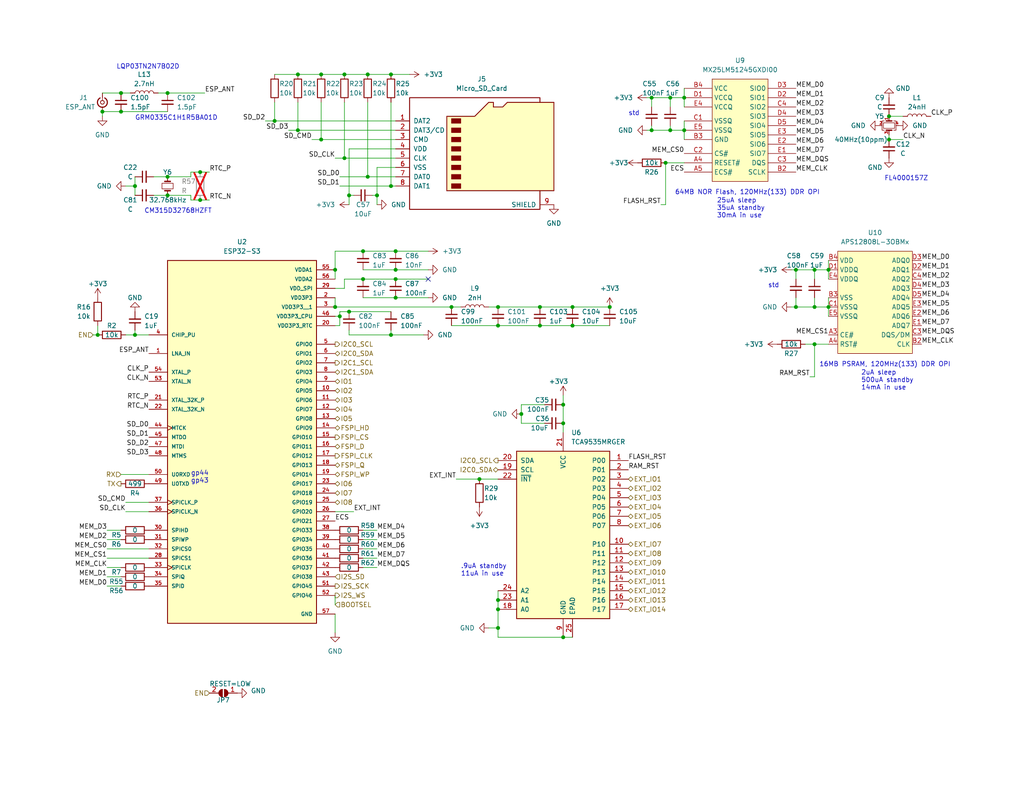
<source format=kicad_sch>
(kicad_sch (version 20230121) (generator eeschema)
  (paper "USLetter")
  (lib_symbols
    (symbol "APS12808L-3OBMx_1"
      (property "Reference" "U" (at 0 17.78 0))
      (property "Value" "APS12808L-3OBMx" (at 0 15.24 0))
      (symbol "APS12808L-3OBMx_1_1_0"
        (pin no_connect line (at 1.27 -16.51 0) (length 2.54) hide (name "") (number "A2"))
        (pin no_connect line (at 1.27 -19.05 0) (length 2.54) hide (name "") (number "A5"))
        (pin no_connect line (at 1.27 -21.59 0) (length 2.54) hide (name "") (number "B1"))
        (pin no_connect line (at 1.27 -24.13 0) (length 2.54) hide (name "") (number "B5"))
        (pin no_connect line (at 1.27 -26.67 0) (length 2.54) hide (name "") (number "C5"))
      )
      (symbol "APS12808L-3OBMx_1_1_1"
        (rectangle (start -10.16 13.97) (end 10.16 -13.97) (fill (type background)))
        (pin input line (at -12.7 -8.89 0) (length 2.54) (name "CE#") (number "A3"))
        (pin input line (at -12.7 -11.43 0) (length 2.54) (name "RST#") (number "A4"))
        (pin input line (at 12.7 -11.43 180) (length 2.54) (name "CLK") (number "B2"))
        (pin power_in line (at -12.7 1.27 0) (length 2.54) (name "VSS") (number "B3"))
        (pin power_in line (at -12.7 11.43 0) (length 2.54) (name "VDD") (number "B4"))
        (pin power_in line (at -12.7 -1.27 0) (length 2.54) (name "VSSQ") (number "C1"))
        (pin bidirectional line (at 12.7 -8.89 180) (length 2.54) (name "DQS/DM") (number "C3"))
        (pin bidirectional line (at 12.7 6.35 180) (length 2.54) (name "ADQ2") (number "C4"))
        (pin power_in line (at -12.7 8.89 0) (length 2.54) (name "VDDQ") (number "D1"))
        (pin bidirectional line (at 12.7 8.89 180) (length 2.54) (name "ADQ1") (number "D2"))
        (pin bidirectional line (at 12.7 11.43 180) (length 2.54) (name "ADQ0") (number "D3"))
        (pin bidirectional line (at 12.7 3.81 180) (length 2.54) (name "ADQ3") (number "D4"))
        (pin bidirectional line (at 12.7 1.27 180) (length 2.54) (name "ADQ4") (number "D5"))
        (pin bidirectional line (at 12.7 -6.35 180) (length 2.54) (name "ADQ7") (number "E1"))
        (pin bidirectional line (at 12.7 -3.81 180) (length 2.54) (name "ADQ6") (number "E2"))
        (pin bidirectional line (at 12.7 -1.27 180) (length 2.54) (name "ADQ5") (number "E3"))
        (pin power_in line (at -12.7 6.35 0) (length 2.54) (name "VDDQ") (number "E4"))
        (pin power_in line (at -12.7 -3.81 0) (length 2.54) (name "VSSQ") (number "E5"))
      )
    )
    (symbol "Connector:Conn_Coaxial_Small" (pin_numbers hide) (pin_names (offset 1.016) hide)
      (property "Reference" "J" (at 0.254 3.048 0))
      (property "Value" "Conn_Coaxial_Small" (at 0 -3.81 0))
      (symbol "Conn_Coaxial_Small_0_1"
        (polyline (pts (xy -2.54 0) (xy -0.508 0)))
        (circle (center 0 0) (radius 0.508) (stroke (width 0.2032)))
      )
      (symbol "Conn_Coaxial_Small_1_1"
        (arc (start -1.1916 -0.6311) (mid 0.327 -1.3081) (end 1.3484 0.0039) (stroke (width 0.3048)))
        (arc (start 1.3484 -0.0039) (mid 0.327 1.3081) (end -1.1916 0.6311) (stroke (width 0.3048)))
        (pin passive line (at -2.54 0 0) (length 1.27) (name "In") (number "1"))
        (pin passive line (at 2.54 0 180) (length 1.27) (name "Ext") (number "2"))
      )
    )
    (symbol "Connector:Micro_SD_Card" (pin_names (offset 1.016))
      (property "Reference" "J" (at -16.51 15.24 0))
      (property "Value" "Micro_SD_Card" (at 16.51 15.24 0))
      (symbol "Micro_SD_Card_0_1"
        (rectangle (start -7.62 -9.525) (end -5.08 -10.795) (fill (type outline)))
        (rectangle (start -7.62 -6.985) (end -5.08 -8.255) (fill (type outline)))
        (rectangle (start -7.62 -4.445) (end -5.08 -5.715) (fill (type outline)))
        (rectangle (start -7.62 -1.905) (end -5.08 -3.175) (fill (type outline)))
        (rectangle (start -7.62 0.635) (end -5.08 -0.635) (fill (type outline)))
        (rectangle (start -7.62 3.175) (end -5.08 1.905) (fill (type outline)))
        (rectangle (start -7.62 5.715) (end -5.08 4.445) (fill (type outline)))
        (rectangle (start -7.62 8.255) (end -5.08 6.985) (fill (type outline)))
        (polyline (pts (xy 16.51 12.7) (xy 16.51 13.97) (xy -19.05 13.97) (xy -19.05 -16.51) (xy 16.51 -16.51) (xy 16.51 -11.43)) (stroke (width 0.254)))
        (polyline (pts (xy -8.89 -11.43) (xy -8.89 8.89) (xy -1.27 8.89) (xy 2.54 12.7) (xy 3.81 12.7) (xy 3.81 11.43) (xy 6.35 11.43) (xy 7.62 12.7) (xy 20.32 12.7) (xy 20.32 -11.43) (xy -8.89 -11.43)) (stroke (width 0.254)) (fill (type background)))
      )
      (symbol "Micro_SD_Card_1_1"
        (pin bidirectional line (at -22.86 7.62 0) (length 3.81) (name "DAT2") (number "1"))
        (pin bidirectional line (at -22.86 5.08 0) (length 3.81) (name "DAT3/CD") (number "2"))
        (pin input line (at -22.86 2.54 0) (length 3.81) (name "CMD") (number "3"))
        (pin power_in line (at -22.86 0 0) (length 3.81) (name "VDD") (number "4"))
        (pin input line (at -22.86 -2.54 0) (length 3.81) (name "CLK") (number "5"))
        (pin power_in line (at -22.86 -5.08 0) (length 3.81) (name "VSS") (number "6"))
        (pin bidirectional line (at -22.86 -7.62 0) (length 3.81) (name "DAT0") (number "7"))
        (pin bidirectional line (at -22.86 -10.16 0) (length 3.81) (name "DAT1") (number "8"))
        (pin passive line (at 20.32 -15.24 180) (length 3.81) (name "SHIELD") (number "9"))
      )
    )
    (symbol "Device:C_Small" (pin_numbers hide) (pin_names (offset 0.254) hide)
      (property "Reference" "C" (at 0.254 1.778 0))
      (property "Value" "C_Small" (at 0.254 -2.032 0))
      (symbol "C_Small_0_1"
        (polyline (pts (xy -1.524 -0.508) (xy 1.524 -0.508)) (stroke (width 0.3302)))
        (polyline (pts (xy -1.524 0.508) (xy 1.524 0.508)) (stroke (width 0.3048)))
      )
      (symbol "C_Small_1_1"
        (pin passive line (at 0 2.54 270) (length 2.032) (name "~") (number "1"))
        (pin passive line (at 0 -2.54 90) (length 2.032) (name "~") (number "2"))
      )
    )
    (symbol "Device:Crystal_GND24_Small" (pin_names (offset 1.016) hide)
      (property "Reference" "Y" (at 1.27 4.445 0))
      (property "Value" "Crystal_GND24_Small" (at 1.27 2.54 0))
      (symbol "Crystal_GND24_Small_0_1"
        (rectangle (start -0.762 -1.524) (end 0.762 1.524))
        (polyline (pts (xy -1.27 -0.762) (xy -1.27 0.762)) (stroke (width 0.381)))
        (polyline (pts (xy 1.27 -0.762) (xy 1.27 0.762)) (stroke (width 0.381)))
        (polyline (pts (xy -1.27 -1.27) (xy -1.27 -1.905) (xy 1.27 -1.905) (xy 1.27 -1.27)))
        (polyline (pts (xy -1.27 1.27) (xy -1.27 1.905) (xy 1.27 1.905) (xy 1.27 1.27)))
      )
      (symbol "Crystal_GND24_Small_1_1"
        (pin passive line (at -2.54 0 0) (length 1.27) (name "1") (number "1"))
        (pin passive line (at 0 -2.54 90) (length 0.635) (name "2") (number "2"))
        (pin passive line (at 2.54 0 180) (length 1.27) (name "3") (number "3"))
        (pin passive line (at 0 2.54 270) (length 0.635) (name "4") (number "4"))
      )
    )
    (symbol "Device:Crystal_Small" (pin_numbers hide) (pin_names (offset 1.016) hide)
      (property "Reference" "Y" (at 0 2.54 0))
      (property "Value" "Crystal_Small" (at 0 -2.54 0))
      (symbol "Crystal_Small_0_1"
        (rectangle (start -0.762 -1.524) (end 0.762 1.524))
        (polyline (pts (xy -1.27 -0.762) (xy -1.27 0.762)) (stroke (width 0.381)))
        (polyline (pts (xy 1.27 -0.762) (xy 1.27 0.762)) (stroke (width 0.381)))
      )
      (symbol "Crystal_Small_1_1"
        (pin passive line (at -2.54 0 0) (length 1.27) (name "1") (number "1"))
        (pin passive line (at 2.54 0 180) (length 1.27) (name "2") (number "2"))
      )
    )
    (symbol "Device:L" (pin_numbers hide) (pin_names (offset 1.016) hide)
      (property "Reference" "L" (at -1.27 0 90))
      (property "Value" "L" (at 1.905 0 90))
      (symbol "L_0_1"
        (arc (start 0 -2.54) (mid 0.6323 -1.905) (end 0 -1.27))
        (arc (start 0 -1.27) (mid 0.6323 -0.635) (end 0 0))
        (arc (start 0 0) (mid 0.6323 0.635) (end 0 1.27))
        (arc (start 0 1.27) (mid 0.6323 1.905) (end 0 2.54))
      )
      (symbol "L_1_1"
        (pin passive line (at 0 3.81 270) (length 1.27) (name "1") (number "1"))
        (pin passive line (at 0 -3.81 90) (length 1.27) (name "2") (number "2"))
      )
    )
    (symbol "Device:R" (pin_numbers hide) (pin_names (offset 0))
      (property "Reference" "R" (at 2.032 0 90))
      (property "Value" "R" (at 0 0 90))
      (symbol "R_0_1"
        (rectangle (start -1.016 -2.54) (end 1.016 2.54) (stroke (width 0.254)))
      )
      (symbol "R_1_1"
        (pin passive line (at 0 3.81 270) (length 1.27) (name "~") (number "1"))
        (pin passive line (at 0 -3.81 90) (length 1.27) (name "~") (number "2"))
      )
    )
    (symbol "Interface_Expansion:TCA9535MRGER" (pin_names (offset 1.016))
      (property "Reference" "U" (at -11.43 24.13 0))
      (property "Value" "TCA9535MRGER" (at 0 0 0))
      (symbol "TCA9535MRGER_0_1"
        (rectangle (start -12.7 22.86) (end 12.7 -22.86) (stroke (width 0.254)) (fill (type background)))
      )
      (symbol "TCA9535MRGER_1_1"
        (pin bidirectional line (at 17.78 20.32 180) (length 5.08) (name "P00") (number "1"))
        (pin bidirectional line (at 17.78 -2.54 180) (length 5.08) (name "P10") (number "10"))
        (pin bidirectional line (at 17.78 -5.08 180) (length 5.08) (name "P11") (number "11"))
        (pin bidirectional line (at 17.78 -7.62 180) (length 5.08) (name "P12") (number "12"))
        (pin bidirectional line (at 17.78 -10.16 180) (length 5.08) (name "P13") (number "13"))
        (pin bidirectional line (at 17.78 -12.7 180) (length 5.08) (name "P14") (number "14"))
        (pin bidirectional line (at 17.78 -15.24 180) (length 5.08) (name "P15") (number "15"))
        (pin bidirectional line (at 17.78 -17.78 180) (length 5.08) (name "P16") (number "16"))
        (pin bidirectional line (at 17.78 -20.32 180) (length 5.08) (name "P17") (number "17"))
        (pin input line (at -17.78 -20.32 0) (length 5.08) (name "A0") (number "18"))
        (pin input line (at -17.78 17.78 0) (length 5.08) (name "SCL") (number "19"))
        (pin bidirectional line (at 17.78 17.78 180) (length 5.08) (name "P01") (number "2"))
        (pin bidirectional line (at -17.78 20.32 0) (length 5.08) (name "SDA") (number "20"))
        (pin power_in line (at 0 27.94 270) (length 5.08) (name "VCC") (number "21"))
        (pin open_collector line (at -17.78 15.24 0) (length 5.08) (name "~{INT}") (number "22"))
        (pin input line (at -17.78 -17.78 0) (length 5.08) (name "A1") (number "23"))
        (pin input line (at -17.78 -15.24 0) (length 5.08) (name "A2") (number "24"))
        (pin input line (at 2.54 -27.94 90) (length 5.08) (name "EPAD") (number "25"))
        (pin bidirectional line (at 17.78 15.24 180) (length 5.08) (name "P02") (number "3"))
        (pin bidirectional line (at 17.78 12.7 180) (length 5.08) (name "P03") (number "4"))
        (pin bidirectional line (at 17.78 10.16 180) (length 5.08) (name "P04") (number "5"))
        (pin bidirectional line (at 17.78 7.62 180) (length 5.08) (name "P05") (number "6"))
        (pin bidirectional line (at 17.78 5.08 180) (length 5.08) (name "P06") (number "7"))
        (pin bidirectional line (at 17.78 2.54 180) (length 5.08) (name "P07") (number "8"))
        (pin power_in line (at 0 -27.94 90) (length 5.08) (name "GND") (number "9"))
      )
    )
    (symbol "Jumper:SolderJumper_2_Open" (pin_names (offset 0) hide)
      (property "Reference" "JP" (at 0 2.032 0))
      (property "Value" "SolderJumper_2_Open" (at 0 -2.54 0))
      (symbol "SolderJumper_2_Open_0_1"
        (arc (start -0.254 1.016) (mid -1.2656 0) (end -0.254 -1.016))
        (arc (start -0.254 1.016) (mid -1.2656 0) (end -0.254 -1.016) (fill (type outline)))
        (polyline (pts (xy -0.254 1.016) (xy -0.254 -1.016)))
        (polyline (pts (xy 0.254 1.016) (xy 0.254 -1.016)))
        (arc (start 0.254 -1.016) (mid 1.2656 0) (end 0.254 1.016))
        (arc (start 0.254 -1.016) (mid 1.2656 0) (end 0.254 1.016) (fill (type outline)))
      )
      (symbol "SolderJumper_2_Open_1_1"
        (pin passive line (at -3.81 0 0) (length 2.54) (name "A") (number "1"))
        (pin passive line (at 3.81 0 180) (length 2.54) (name "B") (number "2"))
      )
    )
    (symbol "MCU_Espressif:ESP32-S3" (pin_names (offset 1.016))
      (property "Reference" "U" (at -20.32 49.53 0))
      (property "Value" "ESP32-S3" (at -20.32 -52.07 0))
      (symbol "ESP32-S3_0_0"
        (rectangle (start -20.32 48.26) (end 20.32 -50.8) (stroke (width 0.254)) (fill (type background)))
        (pin bidirectional line (at -25.4 22.86 0) (length 5.08) (name "LNA_IN") (number "1"))
        (pin bidirectional line (at 25.4 12.7 180) (length 5.08) (name "GPIO5") (number "10"))
        (pin bidirectional line (at 25.4 10.16 180) (length 5.08) (name "GPIO6") (number "11"))
        (pin bidirectional line (at 25.4 7.62 180) (length 5.08) (name "GPIO7") (number "12"))
        (pin bidirectional line (at 25.4 5.08 180) (length 5.08) (name "GPIO8") (number "13"))
        (pin bidirectional line (at 25.4 2.54 180) (length 5.08) (name "GPIO9") (number "14"))
        (pin bidirectional line (at 25.4 0 180) (length 5.08) (name "GPIO10") (number "15"))
        (pin bidirectional line (at 25.4 -2.54 180) (length 5.08) (name "GPIO11") (number "16"))
        (pin bidirectional line (at 25.4 -5.08 180) (length 5.08) (name "GPIO12") (number "17"))
        (pin bidirectional line (at 25.4 -7.62 180) (length 5.08) (name "GPIO13") (number "18"))
        (pin bidirectional line (at 25.4 -10.16 180) (length 5.08) (name "GPIO14") (number "19"))
        (pin power_in line (at 25.4 38.1 180) (length 5.08) (name "VDD3P3") (number "2"))
        (pin power_in line (at 25.4 30.48 180) (length 5.08) (name "VDD3P3_RTC") (number "20"))
        (pin bidirectional line (at -25.4 10.16 0) (length 5.08) (name "XTAL_32K_P") (number "21"))
        (pin bidirectional line (at -25.4 7.62 0) (length 5.08) (name "XTAL_32K_N") (number "22"))
        (pin bidirectional line (at 25.4 -12.7 180) (length 5.08) (name "GPIO17") (number "23"))
        (pin bidirectional line (at 25.4 -15.24 180) (length 5.08) (name "GPIO18") (number "24"))
        (pin bidirectional line (at 25.4 -17.78 180) (length 5.08) (name "GPIO19") (number "25"))
        (pin bidirectional line (at 25.4 -20.32 180) (length 5.08) (name "GPIO20") (number "26"))
        (pin bidirectional line (at 25.4 -22.86 180) (length 5.08) (name "GPIO21") (number "27"))
        (pin bidirectional line (at -25.4 -33.02 0) (length 5.08) (name "SPICS1") (number "28"))
        (pin power_in line (at 25.4 40.64 180) (length 5.08) (name "VDD_SPI") (number "29"))
        (pin power_in line (at 25.4 35.56 180) (length 5.08) (name "VDD3P3__1") (number "3"))
        (pin bidirectional line (at -25.4 -25.4 0) (length 5.08) (name "SPIHD") (number "30"))
        (pin bidirectional line (at -25.4 -27.94 0) (length 5.08) (name "SPIWP") (number "31"))
        (pin bidirectional line (at -25.4 -30.48 0) (length 5.08) (name "SPICS0") (number "32"))
        (pin bidirectional clock (at -25.4 -35.56 0) (length 5.08) (name "SPICLK") (number "33"))
        (pin bidirectional line (at -25.4 -38.1 0) (length 5.08) (name "SPIQ") (number "34"))
        (pin bidirectional line (at -25.4 -40.64 0) (length 5.08) (name "SPID") (number "35"))
        (pin bidirectional clock (at -25.4 -20.32 0) (length 5.08) (name "SPICLK_N") (number "36"))
        (pin bidirectional clock (at -25.4 -17.78 0) (length 5.08) (name "SPICLK_P") (number "37"))
        (pin bidirectional line (at 25.4 -25.4 180) (length 5.08) (name "GPIO33") (number "38"))
        (pin bidirectional line (at 25.4 -27.94 180) (length 5.08) (name "GPIO34") (number "39"))
        (pin input line (at -25.4 27.94 0) (length 5.08) (name "CHIP_PU") (number "4"))
        (pin bidirectional line (at 25.4 -30.48 180) (length 5.08) (name "GPIO35") (number "40"))
        (pin bidirectional line (at 25.4 -33.02 180) (length 5.08) (name "GPIO36") (number "41"))
        (pin bidirectional line (at 25.4 -35.56 180) (length 5.08) (name "GPIO37") (number "42"))
        (pin bidirectional line (at 25.4 -38.1 180) (length 5.08) (name "GPIO38") (number "43"))
        (pin bidirectional clock (at -25.4 2.54 0) (length 5.08) (name "MTCK") (number "44"))
        (pin bidirectional line (at -25.4 0 0) (length 5.08) (name "MTDO") (number "45"))
        (pin power_in line (at 25.4 33.02 180) (length 5.08) (name "VDD3P3_CPU") (number "46"))
        (pin bidirectional line (at -25.4 -2.54 0) (length 5.08) (name "MTDI") (number "47"))
        (pin bidirectional line (at -25.4 -5.08 0) (length 5.08) (name "MTMS") (number "48"))
        (pin bidirectional line (at -25.4 -12.7 0) (length 5.08) (name "U0TXD") (number "49"))
        (pin bidirectional line (at 25.4 25.4 180) (length 5.08) (name "GPIO0") (number "5"))
        (pin bidirectional line (at -25.4 -10.16 0) (length 5.08) (name "U0RXD") (number "50"))
        (pin bidirectional line (at 25.4 -40.64 180) (length 5.08) (name "GPIO45") (number "51"))
        (pin bidirectional line (at 25.4 -43.18 180) (length 5.08) (name "GPIO46") (number "52"))
        (pin output line (at -25.4 15.24 0) (length 5.08) (name "XTAL_N") (number "53"))
        (pin input line (at -25.4 17.78 0) (length 5.08) (name "XTAL_P") (number "54"))
        (pin power_in line (at 25.4 45.72 180) (length 5.08) (name "VDDA1") (number "55"))
        (pin power_in line (at 25.4 43.18 180) (length 5.08) (name "VDDA2") (number "56"))
        (pin power_in line (at 25.4 -48.26 180) (length 5.08) (name "GND") (number "57"))
        (pin bidirectional line (at 25.4 22.86 180) (length 5.08) (name "GPIO1") (number "6"))
        (pin bidirectional line (at 25.4 20.32 180) (length 5.08) (name "GPIO2") (number "7"))
        (pin bidirectional line (at 25.4 17.78 180) (length 5.08) (name "GPIO3") (number "8"))
        (pin bidirectional line (at 25.4 15.24 180) (length 5.08) (name "GPIO4") (number "9"))
      )
    )
    (symbol "custom-lib:MX25LM51245GXDI00"
      (property "Reference" "U" (at 0 17.78 0))
      (property "Value" "MX25LM51245GXDI00" (at 0 15.24 0))
      (symbol "MX25LM51245GXDI00_0_1"
        (pin input line (at -15.24 -8.89 0) (length 7.62) (name "RESET#") (number "A4"))
        (pin unspecified line (at -15.24 -11.43 0) (length 7.62) (name "ECS#") (number "A5"))
        (pin input line (at 15.24 -11.43 180) (length 7.62) (name "SCLK") (number "B2"))
        (pin power_in line (at -15.24 11.43 0) (length 7.62) (name "VCC") (number "B4"))
        (pin input line (at -15.24 -6.35 0) (length 7.62) (name "CS#") (number "C2"))
        (pin bidirectional line (at 15.24 6.35 180) (length 7.62) (name "SIO2") (number "C4"))
        (pin power_in line (at -15.24 8.89 0) (length 7.62) (name "VCCQ") (number "D1"))
        (pin bidirectional line (at 15.24 8.89 180) (length 7.62) (name "SIO1") (number "D2"))
        (pin bidirectional line (at 15.24 11.43 180) (length 7.62) (name "SIO0") (number "D3"))
        (pin bidirectional line (at 15.24 3.81 180) (length 7.62) (name "SIO3") (number "D4"))
        (pin bidirectional line (at 15.24 1.27 180) (length 7.62) (name "SIO4") (number "D5"))
        (pin bidirectional line (at 15.24 -6.35 180) (length 7.62) (name "SIO7") (number "E1"))
        (pin bidirectional line (at 15.24 -3.81 180) (length 7.62) (name "SIO6") (number "E2"))
        (pin bidirectional line (at 15.24 -1.27 180) (length 7.62) (name "SIO5") (number "E3"))
        (pin power_in line (at -15.24 6.35 0) (length 7.62) (name "VCCQ") (number "E4"))
      )
      (symbol "MX25LM51245GXDI00_1_1"
        (rectangle (start -7.62 13.97) (end 7.62 -13.97) (fill (type background)))
        (pin no_connect line (at -3.81 -16.51 0) (length 7.62) hide (name "NC") (number "A2"))
        (pin no_connect line (at -3.81 -19.05 0) (length 7.62) hide (name "NC") (number "A3"))
        (pin no_connect line (at -3.81 -21.59 0) (length 7.62) hide (name "DNU") (number "B1"))
        (pin power_in line (at -15.24 -2.54 0) (length 7.62) (name "GND") (number "B3"))
        (pin no_connect line (at -3.81 -24.13 0) (length 7.62) hide (name "DNU") (number "B5"))
        (pin power_in line (at -15.24 2.54 0) (length 7.62) (name "VSSQ") (number "C1"))
        (pin bidirectional line (at 15.24 -8.89 180) (length 7.62) (name "DQS") (number "C3"))
        (pin no_connect line (at -3.81 -26.67 0) (length 7.62) hide (name "NC") (number "C5"))
        (pin power_in line (at -15.24 0 0) (length 7.62) (name "VSSQ") (number "E5"))
      )
    )
    (symbol "power:+3V3" (power) (pin_names (offset 0))
      (property "Value" "+3V3" (at 0 3.556 0))
      (symbol "+3V3_0_1"
        (polyline (pts (xy -0.762 1.27) (xy 0 2.54)))
        (polyline (pts (xy 0 0) (xy 0 2.54)))
        (polyline (pts (xy 0 2.54) (xy 0.762 1.27)))
      )
      (symbol "+3V3_1_1"
        (pin power_in line (at 0 0 90) (length 0) hide (name "+3V3") (number "1"))
      )
    )
    (symbol "power:GND" (power) (pin_names (offset 0))
      (property "Value" "GND" (at 0 -3.81 0))
      (symbol "GND_0_1"
        (polyline (pts (xy 0 0) (xy 0 -1.27) (xy 1.27 -1.27) (xy 0 -2.54) (xy -1.27 -1.27) (xy 0 -1.27)))
      )
      (symbol "GND_1_1"
        (pin power_in line (at 0 0 270) (length 0) hide (name "GND") (number "1"))
      )
    )
  )
  (junction (at 107.95 68.58))
  (junction (at 226.06 73.66))
  (junction (at 177.8 35.56))
  (junction (at 102.87 53.34))
  (junction (at 142.24 113.03))
  (junction (at 182.88 26.67))
  (junction (at 93.98 20.32))
  (junction (at 81.28 20.32))
  (junction (at 45.72 53.34))
  (junction (at 99.06 68.58))
  (junction (at 153.67 115.57))
  (junction (at 177.8 26.67))
  (junction (at 106.68 50.8))
  (junction (at 186.69 26.67))
  (junction (at 87.63 38.1))
  (junction (at 26.67 91.44))
  (junction (at 135.89 88.9))
  (junction (at 156.21 83.82))
  (junction (at 87.63 20.32))
  (junction (at 54.61 46.99))
  (junction (at 91.44 83.82))
  (junction (at 106.68 91.44))
  (junction (at 45.72 25.4))
  (junction (at 36.83 50.8))
  (junction (at 153.67 110.49))
  (junction (at 100.33 20.32))
  (junction (at 123.19 83.82))
  (junction (at 147.32 88.9))
  (junction (at 27.94 30.48))
  (junction (at 222.25 93.98))
  (junction (at 153.67 173.99))
  (junction (at 45.72 48.26))
  (junction (at 135.89 163.83))
  (junction (at 36.83 91.44))
  (junction (at 95.25 85.09))
  (junction (at 226.06 83.82))
  (junction (at 147.32 83.82))
  (junction (at 93.98 43.18))
  (junction (at 100.33 48.26))
  (junction (at 95.25 53.34))
  (junction (at 92.71 86.36))
  (junction (at 130.81 130.81))
  (junction (at 74.93 33.02))
  (junction (at 222.25 83.82))
  (junction (at 242.57 38.1))
  (junction (at 107.95 81.28))
  (junction (at 107.95 76.2))
  (junction (at 135.89 166.37))
  (junction (at 222.25 73.66))
  (junction (at 106.68 20.32))
  (junction (at 156.21 88.9))
  (junction (at 33.02 25.4))
  (junction (at 91.44 73.66))
  (junction (at 181.61 44.45))
  (junction (at 99.06 76.2))
  (junction (at 186.69 35.56))
  (junction (at 54.61 54.61))
  (junction (at 107.95 73.66))
  (junction (at 217.17 83.82))
  (junction (at 182.88 35.56))
  (junction (at 135.89 83.82))
  (junction (at 33.02 30.48))
  (junction (at 81.28 35.56))
  (junction (at 166.37 83.82))
  (junction (at 217.17 73.66))
  (junction (at 135.89 171.45))
  (junction (at 242.57 31.75))
  (no_connect (at 116.84 76.2))
  (wire (pts (xy 153.67 107.95) (xy 153.67 110.49)))
  (wire (pts (xy 29.21 149.86) (xy 40.64 149.86)))
  (wire (pts (xy 52.07 48.26) (xy 45.72 48.26)))
  (wire (pts (xy 135.89 88.9) (xy 147.32 88.9)))
  (wire (pts (xy 29.21 157.48) (xy 33.02 157.48)))
  (wire (pts (xy 102.87 45.72) (xy 102.87 53.34)))
  (wire (pts (xy 93.98 78.74) (xy 91.44 78.74)))
  (wire (pts (xy 133.35 171.45) (xy 135.89 171.45)))
  (wire (pts (xy 102.87 53.34) (xy 102.87 55.88)))
  (wire (pts (xy 147.32 88.9) (xy 156.21 88.9)))
  (wire (pts (xy 182.88 29.21) (xy 182.88 26.67)))
  (wire (pts (xy 106.68 50.8) (xy 92.71 50.8)))
  (wire (pts (xy 186.69 35.56) (xy 186.69 38.1)))
  (wire (pts (xy 43.18 25.4) (xy 45.72 25.4)))
  (wire (pts (xy 217.17 73.66) (xy 222.25 73.66)))
  (wire (pts (xy 72.39 33.02) (xy 74.93 33.02)))
  (wire (pts (xy 99.06 73.66) (xy 107.95 73.66)))
  (wire (pts (xy 41.91 53.34) (xy 45.72 53.34)))
  (wire (pts (xy 33.02 30.48) (xy 45.72 30.48)))
  (wire (pts (xy 95.25 85.09) (xy 106.68 85.09)))
  (wire (pts (xy 135.89 161.29) (xy 135.89 163.83)))
  (wire (pts (xy 153.67 115.57) (xy 153.67 118.11)))
  (wire (pts (xy 153.67 173.99) (xy 156.21 173.99)))
  (wire (pts (xy 222.25 93.98) (xy 226.06 93.98)))
  (wire (pts (xy 87.63 38.1) (xy 107.95 38.1)))
  (wire (pts (xy 116.84 76.2) (xy 107.95 76.2)))
  (wire (pts (xy 54.61 54.61) (xy 52.07 54.61)))
  (wire (pts (xy 52.07 53.34) (xy 45.72 53.34)))
  (wire (pts (xy 36.83 50.8) (xy 36.83 53.34)))
  (wire (pts (xy 91.44 43.18) (xy 93.98 43.18)))
  (wire (pts (xy 54.61 46.99) (xy 52.07 46.99)))
  (wire (pts (xy 85.09 38.1) (xy 87.63 38.1)))
  (wire (pts (xy 95.25 40.64) (xy 95.25 53.34)))
  (wire (pts (xy 226.06 73.66) (xy 226.06 76.2)))
  (wire (pts (xy 147.32 83.82) (xy 156.21 83.82)))
  (wire (pts (xy 102.87 152.4) (xy 99.06 152.4)))
  (wire (pts (xy 102.87 149.86) (xy 99.06 149.86)))
  (wire (pts (xy 153.67 110.49) (xy 153.67 115.57)))
  (wire (pts (xy 29.21 144.78) (xy 33.02 144.78)))
  (wire (pts (xy 78.74 35.56) (xy 81.28 35.56)))
  (wire (pts (xy 182.88 35.56) (xy 186.69 35.56)))
  (wire (pts (xy 186.69 26.67) (xy 186.69 29.21)))
  (wire (pts (xy 156.21 83.82) (xy 166.37 83.82)))
  (wire (pts (xy 181.61 44.45) (xy 186.69 44.45)))
  (wire (pts (xy 156.21 88.9) (xy 166.37 88.9)))
  (wire (pts (xy 26.67 88.9) (xy 26.67 91.44)))
  (wire (pts (xy 135.89 173.99) (xy 153.67 173.99)))
  (wire (pts (xy 57.15 46.99) (xy 54.61 46.99)))
  (wire (pts (xy 106.68 27.94) (xy 106.68 50.8)))
  (wire (pts (xy 186.69 33.02) (xy 186.69 35.56)))
  (wire (pts (xy 220.98 102.87) (xy 222.25 102.87)))
  (wire (pts (xy 123.19 83.82) (xy 125.73 83.82)))
  (wire (pts (xy 107.95 45.72) (xy 102.87 45.72)))
  (wire (pts (xy 29.21 154.94) (xy 33.02 154.94)))
  (wire (pts (xy 95.25 91.44) (xy 95.25 90.17)))
  (wire (pts (xy 92.71 86.36) (xy 92.71 85.09)))
  (wire (pts (xy 106.68 91.44) (xy 115.57 91.44)))
  (wire (pts (xy 181.61 55.88) (xy 180.34 55.88)))
  (wire (pts (xy 135.89 171.45) (xy 135.89 173.99)))
  (wire (pts (xy 107.95 40.64) (xy 95.25 40.64)))
  (wire (pts (xy 142.24 110.49) (xy 142.24 113.03)))
  (wire (pts (xy 33.02 129.54) (xy 40.64 129.54)))
  (wire (pts (xy 242.57 38.1) (xy 242.57 36.83)))
  (wire (pts (xy 99.06 76.2) (xy 107.95 76.2)))
  (wire (pts (xy 91.44 172.72) (xy 91.44 167.64)))
  (wire (pts (xy 99.06 68.58) (xy 107.95 68.58)))
  (wire (pts (xy 29.21 152.4) (xy 40.64 152.4)))
  (wire (pts (xy 222.25 76.2) (xy 222.25 73.66)))
  (wire (pts (xy 93.98 76.2) (xy 99.06 76.2)))
  (wire (pts (xy 133.35 83.82) (xy 135.89 83.82)))
  (wire (pts (xy 57.15 54.61) (xy 54.61 54.61)))
  (wire (pts (xy 124.46 130.81) (xy 130.81 130.81)))
  (wire (pts (xy 226.06 81.28) (xy 226.06 83.82)))
  (wire (pts (xy 91.44 68.58) (xy 91.44 73.66)))
  (wire (pts (xy 215.9 73.66) (xy 217.17 73.66)))
  (wire (pts (xy 74.93 20.32) (xy 81.28 20.32)))
  (wire (pts (xy 226.06 83.82) (xy 226.06 86.36)))
  (wire (pts (xy 107.95 48.26) (xy 100.33 48.26)))
  (wire (pts (xy 107.95 50.8) (xy 106.68 50.8)))
  (wire (pts (xy 107.95 81.28) (xy 116.84 81.28)))
  (wire (pts (xy 93.98 76.2) (xy 93.98 78.74)))
  (wire (pts (xy 242.57 38.1) (xy 246.38 38.1)))
  (wire (pts (xy 91.44 73.66) (xy 91.44 76.2)))
  (wire (pts (xy 217.17 83.82) (xy 222.25 83.82)))
  (wire (pts (xy 142.24 115.57) (xy 142.24 113.03)))
  (wire (pts (xy 34.29 91.44) (xy 36.83 91.44)))
  (wire (pts (xy 92.71 88.9) (xy 92.71 86.36)))
  (wire (pts (xy 102.87 144.78) (xy 99.06 144.78)))
  (wire (pts (xy 36.83 91.44) (xy 40.64 91.44)))
  (wire (pts (xy 52.07 46.99) (xy 52.07 48.26)))
  (wire (pts (xy 181.61 44.45) (xy 181.61 55.88)))
  (wire (pts (xy 27.94 30.48) (xy 33.02 30.48)))
  (wire (pts (xy 74.93 33.02) (xy 107.95 33.02)))
  (wire (pts (xy 148.59 110.49) (xy 142.24 110.49)))
  (wire (pts (xy 81.28 27.94) (xy 81.28 35.56)))
  (wire (pts (xy 93.98 43.18) (xy 107.95 43.18)))
  (wire (pts (xy 222.25 81.28) (xy 222.25 83.82)))
  (wire (pts (xy 177.8 34.29) (xy 177.8 35.56)))
  (wire (pts (xy 215.9 83.82) (xy 217.17 83.82)))
  (wire (pts (xy 111.76 20.32) (xy 106.68 20.32)))
  (wire (pts (xy 186.69 24.13) (xy 186.69 26.67)))
  (wire (pts (xy 99.06 81.28) (xy 107.95 81.28)))
  (wire (pts (xy 219.71 93.98) (xy 222.25 93.98)))
  (wire (pts (xy 91.44 88.9) (xy 92.71 88.9)))
  (wire (pts (xy 25.4 91.44) (xy 26.67 91.44)))
  (wire (pts (xy 182.88 26.67) (xy 186.69 26.67)))
  (wire (pts (xy 177.8 29.21) (xy 177.8 26.67)))
  (wire (pts (xy 222.25 83.82) (xy 226.06 83.82)))
  (wire (pts (xy 217.17 76.2) (xy 217.17 73.66)))
  (wire (pts (xy 91.44 162.56) (xy 91.44 165.1)))
  (wire (pts (xy 176.53 35.56) (xy 177.8 35.56)))
  (wire (pts (xy 176.53 26.67) (xy 177.8 26.67)))
  (wire (pts (xy 35.56 25.4) (xy 33.02 25.4)))
  (wire (pts (xy 81.28 20.32) (xy 87.63 20.32)))
  (wire (pts (xy 217.17 81.28) (xy 217.17 83.82)))
  (wire (pts (xy 41.91 48.26) (xy 45.72 48.26)))
  (wire (pts (xy 123.19 88.9) (xy 135.89 88.9)))
  (wire (pts (xy 91.44 86.36) (xy 92.71 86.36)))
  (wire (pts (xy 34.29 50.8) (xy 36.83 50.8)))
  (wire (pts (xy 27.94 25.4) (xy 33.02 25.4)))
  (wire (pts (xy 100.33 27.94) (xy 100.33 48.26)))
  (wire (pts (xy 135.89 83.82) (xy 147.32 83.82)))
  (wire (pts (xy 92.71 85.09) (xy 95.25 85.09)))
  (wire (pts (xy 87.63 20.32) (xy 93.98 20.32)))
  (wire (pts (xy 52.07 54.61) (xy 52.07 53.34)))
  (wire (pts (xy 135.89 166.37) (xy 135.89 171.45)))
  (wire (pts (xy 29.21 160.02) (xy 33.02 160.02)))
  (wire (pts (xy 34.29 139.7) (xy 40.64 139.7)))
  (wire (pts (xy 95.25 53.34) (xy 96.52 53.34)))
  (wire (pts (xy 106.68 91.44) (xy 106.68 90.17)))
  (wire (pts (xy 91.44 68.58) (xy 99.06 68.58)))
  (wire (pts (xy 102.87 147.32) (xy 99.06 147.32)))
  (wire (pts (xy 100.33 20.32) (xy 106.68 20.32)))
  (wire (pts (xy 36.83 48.26) (xy 36.83 50.8)))
  (wire (pts (xy 226.06 71.12) (xy 226.06 73.66)))
  (wire (pts (xy 45.72 25.4) (xy 55.88 25.4)))
  (wire (pts (xy 91.44 83.82) (xy 123.19 83.82)))
  (wire (pts (xy 27.94 31.75) (xy 27.94 30.48)))
  (wire (pts (xy 107.95 73.66) (xy 116.84 73.66)))
  (wire (pts (xy 130.81 130.81) (xy 135.89 130.81)))
  (wire (pts (xy 81.28 35.56) (xy 107.95 35.56)))
  (wire (pts (xy 92.71 48.26) (xy 100.33 48.26)))
  (wire (pts (xy 36.83 90.17) (xy 36.83 91.44)))
  (wire (pts (xy 93.98 27.94) (xy 93.98 43.18)))
  (wire (pts (xy 116.84 68.58) (xy 107.95 68.58)))
  (wire (pts (xy 148.59 115.57) (xy 142.24 115.57)))
  (wire (pts (xy 93.98 20.32) (xy 100.33 20.32)))
  (wire (pts (xy 74.93 27.94) (xy 74.93 33.02)))
  (wire (pts (xy 101.6 53.34) (xy 102.87 53.34)))
  (wire (pts (xy 135.89 163.83) (xy 135.89 166.37)))
  (wire (pts (xy 222.25 73.66) (xy 226.06 73.66)))
  (wire (pts (xy 91.44 81.28) (xy 91.44 83.82)))
  (wire (pts (xy 222.25 93.98) (xy 222.25 102.87)))
  (wire (pts (xy 34.29 137.16) (xy 40.64 137.16)))
  (wire (pts (xy 177.8 35.56) (xy 182.88 35.56)))
  (wire (pts (xy 95.25 53.34) (xy 95.25 55.88)))
  (wire (pts (xy 96.52 139.7) (xy 91.44 139.7)))
  (wire (pts (xy 182.88 34.29) (xy 182.88 35.56)))
  (wire (pts (xy 95.25 91.44) (xy 106.68 91.44)))
  (wire (pts (xy 177.8 26.67) (xy 182.88 26.67)))
  (wire (pts (xy 87.63 27.94) (xy 87.63 38.1)))
  (wire (pts (xy 102.87 154.94) (xy 99.06 154.94)))
  (wire (pts (xy 246.38 31.75) (xy 242.57 31.75)))
  (wire (pts (xy 29.21 147.32) (xy 33.02 147.32)))
  (text "std" (at 171.45 31.75 0) (effects (font (size 1.27 1.27)) (justify left bottom)))
  (text "25uA sleep\n35uA standby\n30mA in use" (at 195.58 59.69 0) (effects (font (size 1.27 1.27)) (justify left bottom)))
  (text "std" (at 209.55 78.74 0) (effects (font (size 1.27 1.27)) (justify left bottom)))
  (text "FL4000157Z" (at 241.3 49.53 0) (effects (font (size 1.27 1.27)) (justify left bottom)))
  (text "2uA sleep\n500uA standby\n14mA in use\n" (at 234.95 106.68 0) (effects (font (size 1.27 1.27)) (justify left bottom)))
  (text "GRM0335C1H1R5BA01D" (at 36.83 33.02 0) (effects (font (size 1.27 1.27)) (justify left bottom)))
  (text "CM315D32768HZFT" (at 39.37 58.42 0) (effects (font (size 1.27 1.27)) (justify left bottom)))
  (text "gp44\ngp43" (at 52.07 132.08 0) (effects (font (size 1.27 1.27)) (justify left bottom)))
  (text ".9uA standby\n11uA in use" (at 125.73 157.48 0) (effects (font (size 1.27 1.27)) (justify left bottom)))
  (text "16MB PSRAM, 120MHz(133) DDR OPI" (at 223.52 100.33 0) (effects (font (size 1.27 1.27)) (justify left bottom)))
  (text "LQP03TN2N7B02D" (at 31.75 19.05 0) (effects (font (size 1.27 1.27)) (justify left bottom)))
  (text "64MB NOR Flash, 120MHz(133) DDR OPI" (at 184.15 53.34 0) (effects (font (size 1.27 1.27)) (justify left bottom)))
  (label "MEM_D5" (at 217.17 36.83 0))
  (label "RTC_P" (at 40.64 109.22 180))
  (label "RAM_RST" (at 220.98 102.87 180))
  (label "MEM_D3" (at 251.46 78.74 0))
  (label "MEM_D7" (at 251.46 88.9 0))
  (label "ESP_ANT" (at 40.64 96.52 180))
  (label "MEM_D5" (at 251.46 83.82 0))
  (label "MEM_D4" (at 102.87 144.78 0))
  (label "SD_CMD" (at 34.29 137.16 180))
  (label "MEM_D1" (at 29.21 157.48 180))
  (label "MEM_D3" (at 217.17 31.75 0))
  (label "MEM_CLK" (at 217.17 46.99 0))
  (label "MEM_D2" (at 251.46 76.2 0))
  (label "FLASH_RST" (at 180.34 55.88 180))
  (label "MEM_CS1" (at 226.06 91.44 180))
  (label "RTC_P" (at 57.15 46.99 0))
  (label "SD_D1" (at 40.64 119.38 180))
  (label "MEM_D6" (at 217.17 39.37 0))
  (label "ECS" (at 91.44 142.24 0))
  (label "MEM_CLK" (at 29.21 154.94 180))
  (label "EXT_INT" (at 96.52 139.7 0))
  (label "EXT_INT" (at 124.46 130.81 180))
  (label "SD_CLK" (at 91.44 43.18 180))
  (label "MEM_CS0" (at 29.21 149.86 180))
  (label "ECS" (at 186.69 46.99 180))
  (label "CLK_P" (at 40.64 101.6 180))
  (label "MEM_DQS" (at 102.87 154.94 0))
  (label "MEM_D4" (at 251.46 81.28 0))
  (label "MEM_DQS" (at 251.46 91.44 0))
  (label "SD_CMD" (at 85.09 38.1 180))
  (label "RAM_RST" (at 171.45 128.27 0))
  (label "SD_D0" (at 40.64 116.84 180))
  (label "MEM_D2" (at 217.17 29.21 0))
  (label "ESP_ANT" (at 55.88 25.4 0))
  (label "CLK_N" (at 246.38 38.1 0))
  (label "SD_D2" (at 40.64 121.92 180))
  (label "SD_D1" (at 92.71 50.8 180))
  (label "MEM_CS1" (at 29.21 152.4 180))
  (label "RTC_N" (at 57.15 54.61 0))
  (label "FLASH_RST" (at 171.45 125.73 0))
  (label "MEM_D7" (at 217.17 41.91 0))
  (label "MEM_D0" (at 251.46 71.12 0))
  (label "MEM_D6" (at 251.46 86.36 0))
  (label "CLK_P" (at 254 31.75 0))
  (label "MEM_D0" (at 217.17 24.13 0))
  (label "SD_CLK" (at 34.29 139.7 180))
  (label "MEM_D0" (at 29.21 160.02 180))
  (label "MEM_D4" (at 217.17 34.29 0))
  (label "MEM_D5" (at 102.87 147.32 0))
  (label "MEM_CLK" (at 251.46 93.98 0))
  (label "MEM_D1" (at 251.46 73.66 0))
  (label "MEM_DQS" (at 217.17 44.45 0))
  (label "CLK_N" (at 40.64 104.14 180))
  (label "MEM_D1" (at 217.17 26.67 0))
  (label "SD_D0" (at 92.71 48.26 180))
  (label "MEM_CS0" (at 186.69 41.91 180))
  (label "MEM_D3" (at 29.21 144.78 180))
  (label "MEM_D2" (at 29.21 147.32 180))
  (label "MEM_D7" (at 102.87 152.4 0))
  (label "SD_D2" (at 72.39 33.02 180))
  (label "MEM_D6" (at 102.87 149.86 0))
  (label "SD_D3" (at 78.74 35.56 180))
  (label "SD_D3" (at 40.64 124.46 180))
  (label "RTC_N" (at 40.64 111.76 180))
  (hierarchical_label "EXT_IO1" (shape bidirectional) (at 171.45 130.81 0))
  (hierarchical_label "EXT_IO7" (shape bidirectional) (at 171.45 148.59 0))
  (hierarchical_label "I2S_SCK" (shape output) (at 91.44 160.02 0))
  (hierarchical_label "IO1" (shape bidirectional) (at 91.44 104.14 0))
  (hierarchical_label "I2C1_SCL" (shape output) (at 91.44 99.06 0))
  (hierarchical_label "EN" (shape input) (at 25.4 91.44 180))
  (hierarchical_label "FSPI_CLK" (shape output) (at 91.44 124.46 0))
  (hierarchical_label "I2C0_SDA" (shape bidirectional) (at 91.44 96.52 0))
  (hierarchical_label "IO3" (shape bidirectional) (at 91.44 109.22 0))
  (hierarchical_label "EXT_IO14" (shape bidirectional) (at 171.45 166.37 0))
  (hierarchical_label "I2C0_SCL" (shape output) (at 135.89 125.73 180))
  (hierarchical_label "I2S_WS" (shape output) (at 91.44 162.56 0))
  (hierarchical_label "I2S_SD" (shape input) (at 91.44 157.48 0))
  (hierarchical_label "IO7" (shape bidirectional) (at 91.44 134.62 0))
  (hierarchical_label "EXT_IO3" (shape bidirectional) (at 171.45 135.89 0))
  (hierarchical_label "EXT_IO6" (shape bidirectional) (at 171.45 143.51 0))
  (hierarchical_label "BOOTSEL" (shape input) (at 91.44 165.1 0))
  (hierarchical_label "I2C0_SDA" (shape bidirectional) (at 135.89 128.27 180))
  (hierarchical_label "EXT_IO12" (shape bidirectional) (at 171.45 161.29 0))
  (hierarchical_label "FSPI_HD" (shape bidirectional) (at 91.44 116.84 0))
  (hierarchical_label "IO2" (shape bidirectional) (at 91.44 106.68 0))
  (hierarchical_label "IO5" (shape bidirectional) (at 91.44 114.3 0))
  (hierarchical_label "RX" (shape input) (at 33.02 129.54 180))
  (hierarchical_label "I2C0_SCL" (shape output) (at 91.44 93.98 0))
  (hierarchical_label "IO8" (shape bidirectional) (at 91.44 137.16 0))
  (hierarchical_label "I2C1_SDA" (shape bidirectional) (at 91.44 101.6 0))
  (hierarchical_label "FSPI_CS" (shape output) (at 91.44 119.38 0))
  (hierarchical_label "EN" (shape input) (at 57.15 189.23 180))
  (hierarchical_label "EXT_IO9" (shape bidirectional) (at 171.45 153.67 0))
  (hierarchical_label "FSPI_D" (shape bidirectional) (at 91.44 121.92 0))
  (hierarchical_label "EXT_IO13" (shape bidirectional) (at 171.45 163.83 0))
  (hierarchical_label "EXT_IO8" (shape bidirectional) (at 171.45 151.13 0))
  (hierarchical_label "EXT_IO5" (shape bidirectional) (at 171.45 140.97 0))
  (hierarchical_label "IO6" (shape bidirectional) (at 91.44 132.08 0))
  (hierarchical_label "EXT_IO11" (shape bidirectional) (at 171.45 158.75 0))
  (hierarchical_label "TX" (shape output) (at 33.02 132.08 180))
  (hierarchical_label "EXT_IO2" (shape bidirectional) (at 171.45 133.35 0))
  (hierarchical_label "FSPI_WP" (shape bidirectional) (at 91.44 129.54 0))
  (hierarchical_label "FSPI_Q" (shape bidirectional) (at 91.44 127 0))
  (hierarchical_label "EXT_IO4" (shape bidirectional) (at 171.45 138.43 0))
  (hierarchical_label "EXT_IO10" (shape bidirectional) (at 171.45 156.21 0))
  (hierarchical_label "IO4" (shape bidirectional) (at 91.44 111.76 0))
  (symbol (lib_id "Device:R") (at 215.9 93.98 90) (unit 1)
    (property "Reference" "R27" (at 215.9 96.52 90))
    (property "Value" "10k" (at 215.9 93.98 90))
  )
  (symbol (lib_id "Device:L") (at 250.19 31.75 90) (unit 1)
    (property "Reference" "L1" (at 250.19 26.67 90))
    (property "Value" "24nH" (at 250.19 29.21 90))
  )
  (symbol (lib_id "Device:Crystal_GND24_Small") (at 242.57 34.29 270) (unit 1)
    (property "Reference" "Y5" (at 240.03 31.75 90))
    (property "Value" "40MHz(10ppm)" (at 234.95 38.1 90))
    (property "Footprint" "Crystal:Crystal_SMD_3225-4Pin_3.2x2.5mm" (effects hide))
  )
  (symbol (lib_id "power:GND") (at 242.57 43.18 0) (unit 1)
    (property "Reference" "#PWR012" (effects hide))
    (property "Value" "GND" (at 238.76 45.72 0))
  )
  (symbol (lib_id "Device:R") (at 36.83 160.02 90) (unit 1)
    (property "Reference" "R56" (at 31.75 161.29 90))
    (property "Value" "0" (at 36.83 160.02 90))
  )
  (symbol (lib_id "Device:R") (at 95.25 147.32 270) (mirror x) (unit 1)
    (property "Reference" "R59" (at 100.33 146.05 90))
    (property "Value" "0" (at 95.25 147.32 90))
  )
  (symbol (lib_id "Device:R") (at 81.28 24.13 0) (unit 1)
    (property "Reference" "R21" (at 82.55 22.86 0) (effects (justify left)))
    (property "Value" "10k" (at 82.55 25.4 0) (effects (justify left)))
  )
  (symbol (lib_id "Device:C_Small") (at 99.06 78.74 180) (unit 1)
    (property "Reference" "C84" (at 101.6 77.4636 0) (effects (justify right)))
    (property "Value" "1uF" (at 101.6 80.0036 0) (effects (justify right)))
  )
  (symbol (lib_id "power:GND") (at 36.83 85.09 180) (unit 1)
    (property "Reference" "#PWR015" (effects hide))
    (property "Value" "GND" (at 36.83 81.28 0))
  )
  (symbol (lib_id "Device:C_Small") (at 106.68 87.63 180) (unit 1)
    (property "Reference" "C85" (at 109.22 86.3536 0) (effects (justify right)))
    (property "Value" "100nF" (at 109.22 88.8936 0) (effects (justify right)))
  )
  (symbol (lib_id "Jumper:SolderJumper_2_Open") (at 60.96 189.23 180) (unit 1)
    (property "Reference" "JP7" (at 59.055 191.135 0) (effects (justify right)))
    (property "Value" "RESET=LOW" (at 57.15 186.69 0) (effects (justify right)))
    (property "Footprint" "Jumper:SolderJumper-2_P1.3mm_Open_RoundedPad1.0x1.5mm" (effects hide))
  )
  (symbol (lib_id "Device:R") (at 106.68 24.13 0) (unit 1)
    (property "Reference" "R25" (at 107.95 22.86 0) (effects (justify left)))
    (property "Value" "10k" (at 107.95 25.4 0) (effects (justify left)))
  )
  (symbol (lib_id "power:GND") (at 102.87 55.88 90) (unit 1)
    (property "Reference" "#PWR046" (effects hide))
    (property "Value" "GND" (at 106.68 55.88 90) (effects (justify right)))
  )
  (symbol (lib_id "Device:R") (at 74.93 24.13 0) (unit 1)
    (property "Reference" "R20" (at 76.2 22.86 0) (effects (justify left)))
    (property "Value" "10k" (at 76.2 25.4 0) (effects (justify left)))
  )
  (symbol (lib_id "power:GND") (at 64.77 189.23 90) (unit 1)
    (property "Reference" "#PWR097" (effects hide))
    (property "Value" "GND" (at 70.485 188.595 90))
  )
  (symbol (lib_id "Device:C_Small") (at 222.25 78.74 0) (unit 1)
    (property "Reference" "C59" (at 220.98 69.85 0) (effects (justify left)))
    (property "Value" "1uF" (at 220.98 72.39 0) (effects (justify left)))
  )
  (symbol (lib_id "Connector:Micro_SD_Card") (at 130.81 40.64 0) (unit 1)
    (property "Reference" "J5" (at 131.445 21.59 0))
    (property "Value" "Micro_SD_Card" (at 131.445 24.13 0))
    (property "Footprint" "Connector_Card:microSD_HC_Hirose_DM3D-SF" (effects hide))
    (property "Datasheet" "http://katalog.we-online.de/em/datasheet/693072010801.pdf" (effects hide))
  )
  (symbol (lib_id "Device:C_Small") (at 151.13 115.57 270) (mirror x) (unit 1)
    (property "Reference" "C36" (at 146.05 114.3 90) (effects (justify left)))
    (property "Value" "10uF" (at 144.78 116.84 90) (effects (justify left)))
  )
  (symbol (lib_id "Device:C_Small") (at 107.95 71.12 180) (unit 1)
    (property "Reference" "C86" (at 110.49 69.8436 0) (effects (justify right)))
    (property "Value" "10nF" (at 110.49 72.3836 0) (effects (justify right)))
  )
  (symbol (lib_id "Device:R") (at 36.83 157.48 90) (unit 1)
    (property "Reference" "R55" (at 31.75 158.75 90))
    (property "Value" "0" (at 36.83 157.48 90))
  )
  (symbol (lib_id "Device:C_Small") (at 135.89 86.36 0) (unit 1)
    (property "Reference" "C101" (at 138.43 85.0963 0) (effects (justify left)))
    (property "Value" "100nF" (at 138.43 87.6363 0) (effects (justify left)))
  )
  (symbol (lib_id "Device:R") (at 30.48 91.44 90) (unit 1)
    (property "Reference" "R2" (at 30.48 88.9 90))
    (property "Value" "10k" (at 30.48 91.44 90))
  )
  (symbol (lib_id "Device:C_Small") (at 99.06 53.34 270) (unit 1)
    (property "Reference" "C57" (at 99.06 55.88 90))
    (property "Value" "10uF" (at 99.06 58.42 90))
  )
  (symbol (lib_id "power:GND") (at 142.24 113.03 270) (unit 1)
    (property "Reference" "#PWR045" (effects hide))
    (property "Value" "GND" (at 138.43 113.03 90) (effects (justify right)))
  )
  (symbol (lib_id "Device:R") (at 95.25 149.86 270) (mirror x) (unit 1)
    (property "Reference" "R60" (at 100.33 148.59 90))
    (property "Value" "0" (at 95.25 149.86 90))
  )
  (symbol (lib_id "Interface_Expansion:TCA9535MRGER") (at 153.67 146.05 0) (unit 1)
    (property "Reference" "U6" (at 155.8641 118.11 0) (effects (justify left)))
    (property "Value" "TCA9535MRGER" (at 155.8641 120.65 0) (effects (justify left)))
    (property "Footprint" "Package_DFN_QFN:VQFN-24-1EP_4x4mm_P0.5mm_EP2.45x2.45mm" (effects hide))
    (property "Datasheet" "http://www.ti.com/lit/ds/symlink/tca9535.pdf" (effects hide))
  )
  (symbol (lib_id "Device:R") (at 95.25 144.78 270) (mirror x) (unit 1)
    (property "Reference" "R58" (at 100.33 143.51 90))
    (property "Value" "0" (at 95.25 144.78 90))
  )
  (symbol (lib_id "Device:C_Small") (at 151.13 110.49 90) (mirror x) (unit 1)
    (property "Reference" "C35" (at 149.86 109.22 90) (effects (justify left)))
    (property "Value" "100nF" (at 149.86 111.76 90) (effects (justify left)))
  )
  (symbol (lib_id "Device:R") (at 100.33 24.13 0) (unit 1)
    (property "Reference" "R24" (at 101.6 22.86 0) (effects (justify left)))
    (property "Value" "10k" (at 101.6 25.4 0) (effects (justify left)))
  )
  (symbol (lib_id "Device:C_Small") (at 156.21 86.36 0) (unit 1)
    (property "Reference" "C104" (at 158.75 85.0963 0) (effects (justify left)))
    (property "Value" "10uF" (at 158.75 87.6363 0) (effects (justify left)))
  )
  (symbol (lib_id "power:+3V3") (at 166.37 83.82 0) (unit 1)
    (property "Reference" "#PWR096" (effects hide))
    (property "Value" "+3V3" (at 166.37 78.74 0))
  )
  (symbol (lib_id "power:+3V3") (at 130.81 138.43 180) (unit 1)
    (property "Reference" "#PWR071" (effects hide))
    (property "Value" "+3V3" (at 130.81 143.51 0))
  )
  (symbol (lib_id "Device:R") (at 36.83 144.78 90) (unit 1)
    (property "Reference" "R5" (at 31.75 146.05 90))
    (property "Value" "0" (at 36.83 144.78 90))
  )
  (symbol (lib_id "Device:R") (at 95.25 152.4 270) (mirror x) (unit 1)
    (property "Reference" "R61" (at 100.33 151.13 90))
    (property "Value" "0" (at 95.25 152.4 90))
  )
  (symbol (lib_id "Connector:Conn_Coaxial_Small") (at 27.94 27.94 270) (unit 1)
    (property "Reference" "J1" (at 21.59 26.67 90) (effects (justify left)))
    (property "Value" "ESP_ANT" (at 17.78 29.21 90) (effects (justify left)))
    (property "Footprint" "Connector_Coaxial:U.FL_Molex_MCRF_73412-0110_Vertical" (effects hide))
    (property "Datasheet" " ~" (effects hide))
  )
  (symbol (lib_id "Device:C_Small") (at 123.19 86.36 0) (unit 1)
    (property "Reference" "C99" (at 125.73 85.0963 0) (effects (justify left)))
    (property "Value" "100nF" (at 125.73 87.6363 0) (effects (justify left)))
  )
  (symbol (lib_id "power:GND") (at 115.57 91.44 90) (unit 1)
    (property "Reference" "#PWR035" (effects hide))
    (property "Value" "GND" (at 119.38 91.44 90) (effects (justify right)))
  )
  (symbol (lib_id "power:+3V3") (at 153.67 107.95 0) (unit 1)
    (property "Reference" "#PWR051" (effects hide))
    (property "Value" "+3V3" (at 152.4 104.14 0))
  )
  (symbol (lib_id "power:GND") (at 27.94 31.75 0) (unit 1)
    (property "Reference" "#PWR093" (effects hide))
    (property "Value" "GND" (at 27.94 36.83 0))
  )
  (symbol (lib_id "power:GND") (at 34.29 50.8 270) (unit 1)
    (property "Reference" "#PWR021" (effects hide))
    (property "Value" "GND" (at 30.48 50.8 90) (effects (justify right)))
  )
  (symbol (lib_id "Device:R") (at 36.83 154.94 90) (unit 1)
    (property "Reference" "R7" (at 31.75 156.21 90))
    (property "Value" "0" (at 36.83 154.94 90))
  )
  (symbol (lib_id "Device:Crystal_Small") (at 45.72 50.8 90) (unit 1)
    (property "Reference" "Y6" (at 44.45 46.99 90) (effects (justify right)))
    (property "Value" "32.768kHz" (at 40.64 54.61 90) (effects (justify right)))
    (property "Footprint" "Crystal:Crystal_SMD_3215-2Pin_3.2x1.5mm" (effects hide))
  )
  (symbol (lib_id "custom-lib:MX25LM51245GXDI00") (at 201.93 35.56 0) (unit 1)
    (property "Reference" "U9" (at 201.93 16.51 0))
    (property "Value" "MX25LM51245GXDI00" (at 201.93 19.05 0))
    (property "Footprint" "custom-lib:BGA-24_6.0x8.0mm_Layout5x5_P1.0mm" (effects hide))
    (property "Datasheet" "https://mm.digikey.com/Volume0/opasdata/d220001/medias/docus/742/MX25LM51245G_DS.pdf" (effects hide))
  )
  (symbol (lib_id "Device:R") (at 130.81 134.62 0) (unit 1)
    (property "Reference" "R29" (at 132.08 133.35 0) (effects (justify left)))
    (property "Value" "10k" (at 132.08 135.89 0) (effects (justify left)))
  )
  (symbol (lib_id "power:+3V3") (at 176.53 26.67 90) (unit 1)
    (property "Reference" "#PWR062" (effects hide))
    (property "Value" "+3V3" (at 172.72 26.67 90) (effects (justify left)))
  )
  (symbol (lib_id "Device:R") (at 36.83 132.08 90) (unit 1)
    (property "Reference" "R4" (at 36.83 134.62 90))
    (property "Value" "499" (at 36.83 132.08 90))
  )
  (symbol (lib_id "Device:R") (at 54.61 50.8 0) (unit 1) (in_bom no) (dnp yes)
    (property "Reference" "R57" (at 49.53 49.53 0) (effects (justify left)))
    (property "Value" "R" (at 49.53 52.07 0) (effects (justify left)))
    (property "Footprint" "PCM_Resistor_SMD_AKL:R_0402_1005Metric" (effects hide))
  )
  (symbol (lib_id "power:+3V3") (at 215.9 73.66 90) (unit 1)
    (property "Reference" "#PWR069" (effects hide))
    (property "Value" "+3V3" (at 212.09 73.66 90) (effects (justify left)))
  )
  (symbol (lib_id "power:GND") (at 240.03 34.29 270) (unit 1)
    (property "Reference" "#PWR08" (effects hide))
    (property "Value" "GND" (at 236.22 34.29 90) (effects (justify right)))
  )
  (symbol (lib_id "Device:C_Small") (at 177.8 31.75 0) (unit 1)
    (property "Reference" "C55" (at 175.26 22.86 0) (effects (justify left)))
    (property "Value" "100nF" (at 175.26 25.4 0) (effects (justify left)))
  )
  (symbol (lib_id "Device:C_Small") (at 217.17 78.74 0) (unit 1)
    (property "Reference" "C58" (at 214.63 69.85 0) (effects (justify left)))
    (property "Value" "100nF" (at 214.63 72.39 0) (effects (justify left)))
  )
  (symbol (lib_id "Device:R") (at 95.25 154.94 270) (mirror x) (unit 1)
    (property "Reference" "R62" (at 100.33 153.67 90))
    (property "Value" "0" (at 95.25 154.94 90))
  )
  (symbol (lib_name "APS12808L-3OBMx_1") (lib_id "custom-lib:APS12808L-3OBMx") (at 238.76 82.55 0) (unit 1)
    (property "Reference" "U10" (at 238.76 63.5 0))
    (property "Value" "APS12808L-3OBMx" (at 238.76 66.04 0))
    (property "Footprint" "custom-lib:BGA-24_6.0x8.0mm_Layout5x5_P1.0mm" (effects hide))
    (property "Datasheet" "https://www.mouser.com/datasheet/2/1127/APM_PSRAM_OPI_Xccela_APS12808L_3OBMx_v1_1b_PKG-1954845.pdf" (effects hide))
  )
  (symbol (lib_id "Device:C_Small") (at 33.02 27.94 0) (unit 1)
    (property "Reference" "C100" (at 35.56 26.6763 0) (effects (justify left)))
    (property "Value" "1.5pF" (at 35.56 29.2163 0) (effects (justify left)))
    (property "Footprint" "Capacitor_SMD:C_0201_0603Metric" (effects hide))
  )
  (symbol (lib_id "power:+3V3") (at 116.84 68.58 270) (unit 1)
    (property "Reference" "#PWR075" (effects hide))
    (property "Value" "+3V3" (at 120.65 68.58 90) (effects (justify left)))
  )
  (symbol (lib_id "Device:C_Small") (at 242.57 40.64 180) (unit 1)
    (property "Reference" "C12" (at 246.38 39.37 0))
    (property "Value" "C" (at 246.38 41.91 0))
  )
  (symbol (lib_id "power:+3V3") (at 26.67 81.28 0) (unit 1)
    (property "Reference" "#PWR060" (effects hide))
    (property "Value" "+3V3" (at 26.67 77.47 0))
  )
  (symbol (lib_id "Device:C_Small") (at 107.95 78.74 180) (unit 1)
    (property "Reference" "C87" (at 110.49 77.4636 0) (effects (justify right)))
    (property "Value" "100nF" (at 110.49 80.0036 0) (effects (justify right)))
  )
  (symbol (lib_id "power:GND") (at 133.35 171.45 270) (unit 1)
    (property "Reference" "#PWR041" (effects hide))
    (property "Value" "GND" (at 129.54 171.45 90) (effects (justify right)))
  )
  (symbol (lib_id "Device:L") (at 39.37 25.4 90) (unit 1)
    (property "Reference" "L13" (at 39.37 20.32 90))
    (property "Value" "2.7nH" (at 39.37 22.86 90))
    (property "Footprint" "Inductor_SMD:L_0201_0603Metric" (effects hide))
  )
  (symbol (lib_id "Device:C_Small") (at 147.32 86.36 0) (unit 1)
    (property "Reference" "C103" (at 149.86 85.0963 0) (effects (justify left)))
    (property "Value" "1uF" (at 149.86 87.6363 0) (effects (justify left)))
  )
  (symbol (lib_id "Device:C_Small") (at 36.83 87.63 180) (unit 1)
    (property "Reference" "C19" (at 39.37 86.3536 0) (effects (justify right)))
    (property "Value" "1uF" (at 39.37 88.8936 0) (effects (justify right)))
  )
  (symbol (lib_id "Device:C_Small") (at 166.37 86.36 0) (unit 1)
    (property "Reference" "C105" (at 168.91 85.0963 0) (effects (justify left)))
    (property "Value" "10uF" (at 168.91 87.6363 0) (effects (justify left)))
  )
  (symbol (lib_id "Device:R") (at 36.83 147.32 90) (unit 1)
    (property "Reference" "R6" (at 31.75 148.59 90))
    (property "Value" "0" (at 36.83 147.32 90))
  )
  (symbol (lib_id "Device:C_Small") (at 95.25 87.63 180) (unit 1)
    (property "Reference" "C82" (at 97.79 86.3536 0) (effects (justify right)))
    (property "Value" "100nF" (at 97.79 88.8936 0) (effects (justify right)))
  )
  (symbol (lib_id "Device:R") (at 93.98 24.13 0) (unit 1)
    (property "Reference" "R23" (at 95.25 22.86 0) (effects (justify left)))
    (property "Value" "10k" (at 95.25 25.4 0) (effects (justify left)))
  )
  (symbol (lib_id "power:GND") (at 151.13 55.88 0) (unit 1)
    (property "Reference" "#PWR067" (effects hide))
    (property "Value" "GND" (at 151.13 60.96 0))
  )
  (symbol (lib_id "power:GND") (at 215.9 83.82 270) (unit 1)
    (property "Reference" "#PWR072" (effects hide))
    (property "Value" "GND" (at 212.09 83.82 90) (effects (justify right)))
  )
  (symbol (lib_id "power:+3V3") (at 173.99 44.45 90) (unit 1)
    (property "Reference" "#PWR061" (effects hide))
    (property "Value" "+3V3" (at 171.45 44.45 90) (effects (justify left)))
  )
  (symbol (lib_id "power:+3V3") (at 111.76 20.32 270) (unit 1)
    (property "Reference" "#PWR063" (effects hide))
    (property "Value" "+3V3" (at 115.57 20.32 90) (effects (justify left)))
  )
  (symbol (lib_id "Device:R") (at 177.8 44.45 90) (unit 1)
    (property "Reference" "R26" (at 177.8 46.99 90))
    (property "Value" "10k" (at 177.8 44.45 90))
  )
  (symbol (lib_id "power:GND") (at 242.57 26.67 180) (unit 1)
    (property "Reference" "#PWR010" (effects hide))
    (property "Value" "GND" (at 246.38 24.13 0))
  )
  (symbol (lib_id "Device:C_Small") (at 39.37 48.26 90) (unit 1)
    (property "Reference" "C22" (at 35.56 45.72 90))
    (property "Value" "C" (at 35.56 48.26 90))
  )
  (symbol (lib_id "power:+3V3") (at 95.25 55.88 90) (unit 1)
    (property "Reference" "#PWR044" (effects hide))
    (property "Value" "+3V3" (at 91.44 55.88 90) (effects (justify left)))
  )
  (symbol (lib_id "Device:L") (at 129.54 83.82 90) (unit 1)
    (property "Reference" "L9" (at 129.54 78.74 90))
    (property "Value" "2nH" (at 129.54 81.28 90))
  )
  (symbol (lib_id "Device:R") (at 26.67 85.09 180) (unit 1)
    (property "Reference" "R16" (at 22.86 83.82 0))
    (property "Value" "10k" (at 22.86 86.36 0))
  )
  (symbol (lib_id "power:GND") (at 91.44 172.72 0) (unit 1)
    (property "Reference" "#PWR022" (effects hide))
    (property "Value" "GND" (at 91.44 177.8 0))
  )
  (symbol (lib_id "power:GND") (at 116.84 81.28 90) (unit 1)
    (property "Reference" "#PWR087" (effects hide))
    (property "Value" "GND" (at 120.65 81.28 90) (effects (justify right)))
  )
  (symbol (lib_id "Device:C_Small") (at 182.88 31.75 0) (unit 1)
    (property "Reference" "C56" (at 181.61 22.86 0) (effects (justify left)))
    (property "Value" "1uF" (at 181.61 25.4 0) (effects (justify left)))
  )
  (symbol (lib_id "power:GND") (at 245.11 34.29 90) (unit 1)
    (property "Reference" "#PWR013" (effects hide))
    (property "Value" "GND" (at 248.92 34.29 90) (effects (justify right)))
  )
  (symbol (lib_id "power:+3V3") (at 212.09 93.98 90) (unit 1)
    (property "Reference" "#PWR065" (effects hide))
    (property "Value" "+3V3" (at 208.28 93.98 90) (effects (justify left)))
  )
  (symbol (lib_id "Device:C_Small") (at 39.37 53.34 90) (unit 1)
    (property "Reference" "C81" (at 35.56 54.61 90))
    (property "Value" "C" (at 35.56 57.15 90))
  )
  (symbol (lib_id "power:GND") (at 116.84 73.66 90) (unit 1)
    (property "Reference" "#PWR076" (effects hide))
    (property "Value" "GND" (at 120.65 73.66 90) (effects (justify right)))
  )
  (symbol (lib_id "power:GND") (at 176.53 35.56 270) (unit 1)
    (property "Reference" "#PWR064" (effects hide))
    (property "Value" "GND" (at 172.72 35.56 90) (effects (justify right)))
  )
  (symbol (lib_id "Device:R") (at 87.63 24.13 0) (unit 1)
    (property "Reference" "R22" (at 88.9 22.86 0) (effects (justify left)))
    (property "Value" "10k" (at 88.9 25.4 0) (effects (justify left)))
  )
  (symbol (lib_id "Device:C_Small") (at 242.57 29.21 180) (unit 1)
    (property "Reference" "C9" (at 240.03 26.67 0))
    (property "Value" "C" (at 240.03 29.21 0))
  )
  (symbol (lib_id "MCU_Espressif:ESP32-S3") (at 66.04 119.38 0) (unit 1)
    (property "Reference" "U2" (at 66.04 66.04 0))
    (property "Value" "ESP32-S3" (at 66.04 68.58 0))
    (property "Footprint" "Package_DFN_QFN:QFN-56-1EP_7x7mm_P0.4mm_EP4x4mm_ThermalVias" (effects hide))
    (property "Datasheet" "https://www.espressif.com/sites/default/files/documentation/esp32-s3_datasheet_en.pdf" (effects hide))
    (property "PARTREV" "v1.2" (effects hide))
    (property "STANDARD" "Manufacturer Recommendations" (effects hide))
    (property "SNAPEDA_PN" "ESP32-S3" (effects hide))
    (property "MAXIMUM_PACKAGE_HEIGHT" "0.9mm" (effects hide))
    (property "MANUFACTURER" "ESPRESSIF" (effects hide))
  )
  (symbol (lib_id "Device:C_Small") (at 45.72 27.94 0) (unit 1)
    (property "Reference" "C102" (at 48.26 26.6763 0) (effects (justify left)))
    (property "Value" "1.5pF" (at 48.26 29.2163 0) (effects (justify left)))
    (property "Footprint" "Capacitor_SMD:C_0201_0603Metric" (effects hide))
  )
  (symbol (lib_id "Device:C_Small") (at 99.06 71.12 180) (unit 1)
    (property "Reference" "C83" (at 101.6 69.8436 0) (effects (justify right)))
    (property "Value" "1uF" (at 101.6 72.3836 0) (effects (justify right)))
  )
)
</source>
